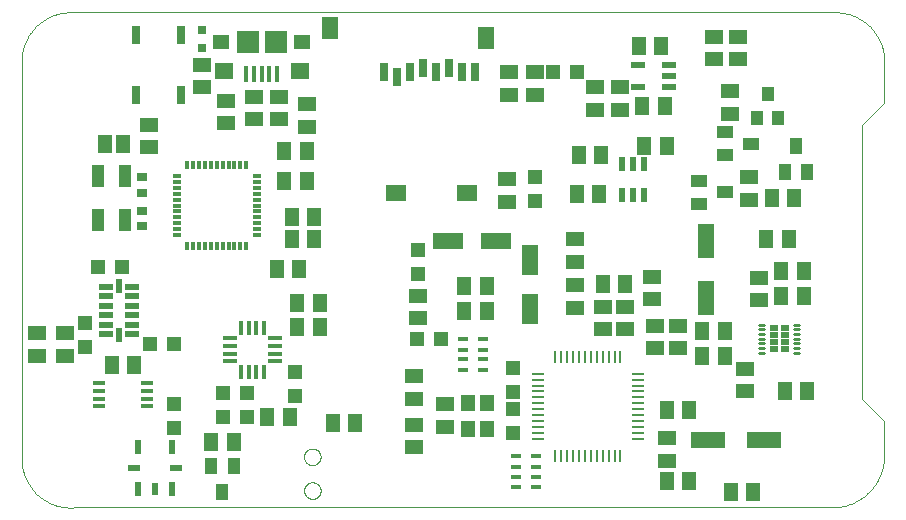
<source format=gtp>
G75*
%MOIN*%
%OFA0B0*%
%FSLAX25Y25*%
%IPPOS*%
%LPD*%
%AMOC8*
5,1,8,0,0,1.08239X$1,22.5*
%
%ADD10C,0.00000*%
%ADD11R,0.05118X0.04724*%
%ADD12R,0.04724X0.05118*%
%ADD13R,0.03543X0.02756*%
%ADD14R,0.05512X0.07480*%
%ADD15R,0.07087X0.05512*%
%ADD16R,0.02756X0.05906*%
%ADD17R,0.03150X0.03150*%
%ADD18R,0.01181X0.03150*%
%ADD19R,0.03150X0.01181*%
%ADD20R,0.04724X0.01969*%
%ADD21R,0.01969X0.04724*%
%ADD22R,0.04331X0.02362*%
%ADD23R,0.02362X0.04331*%
%ADD24R,0.01122X0.04331*%
%ADD25R,0.04331X0.01122*%
%ADD26R,0.04331X0.01102*%
%ADD27R,0.02165X0.04724*%
%ADD28R,0.04724X0.01181*%
%ADD29R,0.01181X0.04724*%
%ADD30R,0.04331X0.07480*%
%ADD31R,0.04724X0.05512*%
%ADD32C,0.00984*%
%ADD33R,0.03150X0.01969*%
%ADD34R,0.06299X0.05512*%
%ADD35R,0.05709X0.05118*%
%ADD36R,0.07480X0.07480*%
%ADD37R,0.01575X0.05315*%
%ADD38R,0.04724X0.02165*%
%ADD39R,0.05118X0.05906*%
%ADD40R,0.05906X0.05118*%
%ADD41R,0.06299X0.05118*%
%ADD42R,0.05118X0.06299*%
%ADD43R,0.04000X0.04500*%
%ADD44R,0.03937X0.05512*%
%ADD45R,0.03000X0.06000*%
%ADD46R,0.03543X0.01772*%
%ADD47R,0.05512X0.03937*%
%ADD48R,0.04600X0.06300*%
%ADD49R,0.03937X0.01772*%
%ADD50R,0.05512X0.11811*%
%ADD51R,0.11811X0.05512*%
%ADD52R,0.05512X0.10236*%
%ADD53R,0.10236X0.05512*%
D10*
X0032510Y0001517D02*
X0285010Y0001517D01*
X0285433Y0001522D01*
X0285855Y0001537D01*
X0286278Y0001563D01*
X0286699Y0001599D01*
X0287119Y0001645D01*
X0287539Y0001701D01*
X0287956Y0001767D01*
X0288372Y0001843D01*
X0288786Y0001929D01*
X0289198Y0002026D01*
X0289607Y0002132D01*
X0290014Y0002248D01*
X0290418Y0002374D01*
X0290818Y0002509D01*
X0291216Y0002654D01*
X0291609Y0002809D01*
X0291999Y0002973D01*
X0292385Y0003147D01*
X0292766Y0003330D01*
X0293143Y0003522D01*
X0293515Y0003723D01*
X0293882Y0003933D01*
X0294244Y0004151D01*
X0294600Y0004379D01*
X0294951Y0004615D01*
X0295296Y0004859D01*
X0295635Y0005112D01*
X0295968Y0005373D01*
X0296295Y0005641D01*
X0296615Y0005918D01*
X0296928Y0006202D01*
X0297234Y0006494D01*
X0297533Y0006793D01*
X0297825Y0007099D01*
X0298109Y0007412D01*
X0298386Y0007732D01*
X0298654Y0008059D01*
X0298915Y0008392D01*
X0299168Y0008731D01*
X0299412Y0009076D01*
X0299648Y0009427D01*
X0299876Y0009783D01*
X0300094Y0010145D01*
X0300304Y0010512D01*
X0300505Y0010884D01*
X0300697Y0011261D01*
X0300880Y0011642D01*
X0301054Y0012028D01*
X0301218Y0012418D01*
X0301373Y0012811D01*
X0301518Y0013209D01*
X0301653Y0013609D01*
X0301779Y0014013D01*
X0301895Y0014420D01*
X0302001Y0014829D01*
X0302098Y0015241D01*
X0302184Y0015655D01*
X0302260Y0016071D01*
X0302326Y0016488D01*
X0302382Y0016908D01*
X0302428Y0017328D01*
X0302464Y0017749D01*
X0302490Y0018172D01*
X0302505Y0018594D01*
X0302510Y0019017D01*
X0302461Y0019017D02*
X0302510Y0030267D01*
X0295010Y0037767D01*
X0295010Y0129017D01*
X0302461Y0136467D01*
X0302461Y0149066D01*
X0302510Y0149017D02*
X0302535Y0149410D01*
X0302551Y0149804D01*
X0302558Y0150197D01*
X0302555Y0150591D01*
X0302542Y0150985D01*
X0302520Y0151378D01*
X0302488Y0151771D01*
X0302447Y0152162D01*
X0302397Y0152553D01*
X0302337Y0152942D01*
X0302268Y0153330D01*
X0302189Y0153716D01*
X0302101Y0154100D01*
X0302004Y0154481D01*
X0301897Y0154861D01*
X0301782Y0155237D01*
X0301657Y0155611D01*
X0301523Y0155981D01*
X0301381Y0156348D01*
X0301230Y0156712D01*
X0301069Y0157072D01*
X0300901Y0157428D01*
X0300723Y0157779D01*
X0300538Y0158127D01*
X0300344Y0158469D01*
X0300141Y0158807D01*
X0299931Y0159140D01*
X0299712Y0159468D01*
X0299486Y0159790D01*
X0299252Y0160107D01*
X0299011Y0160418D01*
X0298762Y0160723D01*
X0298505Y0161022D01*
X0298242Y0161315D01*
X0297971Y0161601D01*
X0297694Y0161881D01*
X0297410Y0162154D01*
X0297120Y0162420D01*
X0296823Y0162679D01*
X0296520Y0162930D01*
X0296211Y0163175D01*
X0295896Y0163411D01*
X0295576Y0163640D01*
X0295250Y0163861D01*
X0294919Y0164075D01*
X0294582Y0164280D01*
X0294241Y0164477D01*
X0293896Y0164666D01*
X0293546Y0164846D01*
X0293191Y0165018D01*
X0292833Y0165181D01*
X0292470Y0165335D01*
X0292104Y0165481D01*
X0291735Y0165618D01*
X0291363Y0165746D01*
X0290987Y0165864D01*
X0290609Y0165974D01*
X0290228Y0166075D01*
X0289845Y0166166D01*
X0289460Y0166248D01*
X0289073Y0166320D01*
X0288684Y0166384D01*
X0288294Y0166438D01*
X0287902Y0166482D01*
X0287510Y0166517D01*
X0032510Y0166517D01*
X0032115Y0166543D01*
X0031720Y0166559D01*
X0031324Y0166565D01*
X0030928Y0166562D01*
X0030532Y0166549D01*
X0030137Y0166526D01*
X0029743Y0166494D01*
X0029349Y0166453D01*
X0028957Y0166401D01*
X0028565Y0166341D01*
X0028176Y0166271D01*
X0027788Y0166191D01*
X0027403Y0166102D01*
X0027019Y0166004D01*
X0026638Y0165896D01*
X0026260Y0165779D01*
X0025885Y0165653D01*
X0025513Y0165518D01*
X0025144Y0165374D01*
X0024779Y0165221D01*
X0024418Y0165059D01*
X0024061Y0164889D01*
X0023708Y0164710D01*
X0023359Y0164522D01*
X0023015Y0164326D01*
X0022676Y0164121D01*
X0022342Y0163909D01*
X0022014Y0163688D01*
X0021691Y0163460D01*
X0021373Y0163224D01*
X0021061Y0162980D01*
X0020756Y0162728D01*
X0020456Y0162469D01*
X0020163Y0162204D01*
X0019876Y0161931D01*
X0019596Y0161651D01*
X0019323Y0161364D01*
X0019058Y0161071D01*
X0018799Y0160771D01*
X0018547Y0160466D01*
X0018303Y0160154D01*
X0018067Y0159836D01*
X0017839Y0159513D01*
X0017618Y0159185D01*
X0017406Y0158851D01*
X0017201Y0158512D01*
X0017005Y0158168D01*
X0016817Y0157819D01*
X0016638Y0157466D01*
X0016468Y0157109D01*
X0016306Y0156748D01*
X0016153Y0156383D01*
X0016009Y0156014D01*
X0015874Y0155642D01*
X0015748Y0155267D01*
X0015631Y0154889D01*
X0015523Y0154508D01*
X0015425Y0154124D01*
X0015336Y0153739D01*
X0015256Y0153351D01*
X0015186Y0152962D01*
X0015126Y0152570D01*
X0015074Y0152178D01*
X0015033Y0151784D01*
X0015001Y0151390D01*
X0014978Y0150995D01*
X0014965Y0150599D01*
X0014962Y0150203D01*
X0014968Y0149807D01*
X0014984Y0149412D01*
X0015010Y0149017D01*
X0015010Y0019017D01*
X0014984Y0018622D01*
X0014968Y0018227D01*
X0014962Y0017831D01*
X0014965Y0017435D01*
X0014978Y0017039D01*
X0015001Y0016644D01*
X0015033Y0016250D01*
X0015074Y0015856D01*
X0015126Y0015464D01*
X0015186Y0015072D01*
X0015256Y0014683D01*
X0015336Y0014295D01*
X0015425Y0013910D01*
X0015523Y0013526D01*
X0015631Y0013145D01*
X0015748Y0012767D01*
X0015874Y0012392D01*
X0016009Y0012020D01*
X0016153Y0011651D01*
X0016306Y0011286D01*
X0016468Y0010925D01*
X0016638Y0010568D01*
X0016817Y0010215D01*
X0017005Y0009866D01*
X0017201Y0009522D01*
X0017406Y0009183D01*
X0017618Y0008849D01*
X0017839Y0008521D01*
X0018067Y0008198D01*
X0018303Y0007880D01*
X0018547Y0007568D01*
X0018799Y0007263D01*
X0019058Y0006963D01*
X0019323Y0006670D01*
X0019596Y0006383D01*
X0019876Y0006103D01*
X0020163Y0005830D01*
X0020456Y0005565D01*
X0020756Y0005306D01*
X0021061Y0005054D01*
X0021373Y0004810D01*
X0021691Y0004574D01*
X0022014Y0004346D01*
X0022342Y0004125D01*
X0022676Y0003913D01*
X0023015Y0003708D01*
X0023359Y0003512D01*
X0023708Y0003324D01*
X0024061Y0003145D01*
X0024418Y0002975D01*
X0024779Y0002813D01*
X0025144Y0002660D01*
X0025513Y0002516D01*
X0025885Y0002381D01*
X0026260Y0002255D01*
X0026638Y0002138D01*
X0027019Y0002030D01*
X0027403Y0001932D01*
X0027788Y0001843D01*
X0028176Y0001763D01*
X0028565Y0001693D01*
X0028957Y0001633D01*
X0029349Y0001581D01*
X0029743Y0001540D01*
X0030137Y0001508D01*
X0030532Y0001485D01*
X0030928Y0001472D01*
X0031324Y0001469D01*
X0031720Y0001475D01*
X0032115Y0001491D01*
X0032510Y0001517D01*
X0109129Y0007142D02*
X0109131Y0007247D01*
X0109137Y0007352D01*
X0109147Y0007456D01*
X0109161Y0007560D01*
X0109179Y0007664D01*
X0109201Y0007766D01*
X0109226Y0007868D01*
X0109256Y0007969D01*
X0109289Y0008068D01*
X0109326Y0008166D01*
X0109367Y0008263D01*
X0109412Y0008358D01*
X0109460Y0008451D01*
X0109511Y0008543D01*
X0109567Y0008632D01*
X0109625Y0008719D01*
X0109687Y0008804D01*
X0109751Y0008887D01*
X0109819Y0008967D01*
X0109890Y0009044D01*
X0109964Y0009118D01*
X0110041Y0009190D01*
X0110120Y0009259D01*
X0110202Y0009324D01*
X0110286Y0009387D01*
X0110373Y0009446D01*
X0110462Y0009502D01*
X0110553Y0009555D01*
X0110646Y0009604D01*
X0110740Y0009649D01*
X0110836Y0009691D01*
X0110934Y0009729D01*
X0111033Y0009763D01*
X0111134Y0009794D01*
X0111235Y0009820D01*
X0111338Y0009843D01*
X0111441Y0009862D01*
X0111545Y0009877D01*
X0111649Y0009888D01*
X0111754Y0009895D01*
X0111859Y0009898D01*
X0111964Y0009897D01*
X0112069Y0009892D01*
X0112173Y0009883D01*
X0112277Y0009870D01*
X0112381Y0009853D01*
X0112484Y0009832D01*
X0112586Y0009807D01*
X0112687Y0009779D01*
X0112786Y0009746D01*
X0112885Y0009710D01*
X0112982Y0009670D01*
X0113077Y0009627D01*
X0113171Y0009579D01*
X0113263Y0009529D01*
X0113353Y0009475D01*
X0113441Y0009417D01*
X0113526Y0009356D01*
X0113609Y0009292D01*
X0113690Y0009225D01*
X0113768Y0009155D01*
X0113843Y0009081D01*
X0113915Y0009006D01*
X0113985Y0008927D01*
X0114051Y0008846D01*
X0114115Y0008762D01*
X0114175Y0008676D01*
X0114231Y0008588D01*
X0114285Y0008497D01*
X0114335Y0008405D01*
X0114381Y0008311D01*
X0114424Y0008215D01*
X0114463Y0008117D01*
X0114498Y0008019D01*
X0114529Y0007918D01*
X0114557Y0007817D01*
X0114581Y0007715D01*
X0114601Y0007612D01*
X0114617Y0007508D01*
X0114629Y0007404D01*
X0114637Y0007299D01*
X0114641Y0007194D01*
X0114641Y0007090D01*
X0114637Y0006985D01*
X0114629Y0006880D01*
X0114617Y0006776D01*
X0114601Y0006672D01*
X0114581Y0006569D01*
X0114557Y0006467D01*
X0114529Y0006366D01*
X0114498Y0006265D01*
X0114463Y0006167D01*
X0114424Y0006069D01*
X0114381Y0005973D01*
X0114335Y0005879D01*
X0114285Y0005787D01*
X0114231Y0005696D01*
X0114175Y0005608D01*
X0114115Y0005522D01*
X0114051Y0005438D01*
X0113985Y0005357D01*
X0113915Y0005278D01*
X0113843Y0005203D01*
X0113768Y0005129D01*
X0113690Y0005059D01*
X0113609Y0004992D01*
X0113526Y0004928D01*
X0113441Y0004867D01*
X0113353Y0004809D01*
X0113263Y0004755D01*
X0113171Y0004705D01*
X0113077Y0004657D01*
X0112982Y0004614D01*
X0112885Y0004574D01*
X0112786Y0004538D01*
X0112687Y0004505D01*
X0112586Y0004477D01*
X0112484Y0004452D01*
X0112381Y0004431D01*
X0112277Y0004414D01*
X0112173Y0004401D01*
X0112069Y0004392D01*
X0111964Y0004387D01*
X0111859Y0004386D01*
X0111754Y0004389D01*
X0111649Y0004396D01*
X0111545Y0004407D01*
X0111441Y0004422D01*
X0111338Y0004441D01*
X0111235Y0004464D01*
X0111134Y0004490D01*
X0111033Y0004521D01*
X0110934Y0004555D01*
X0110836Y0004593D01*
X0110740Y0004635D01*
X0110646Y0004680D01*
X0110553Y0004729D01*
X0110462Y0004782D01*
X0110373Y0004838D01*
X0110286Y0004897D01*
X0110202Y0004960D01*
X0110120Y0005025D01*
X0110041Y0005094D01*
X0109964Y0005166D01*
X0109890Y0005240D01*
X0109819Y0005317D01*
X0109751Y0005397D01*
X0109687Y0005480D01*
X0109625Y0005565D01*
X0109567Y0005652D01*
X0109511Y0005741D01*
X0109460Y0005833D01*
X0109412Y0005926D01*
X0109367Y0006021D01*
X0109326Y0006118D01*
X0109289Y0006216D01*
X0109256Y0006315D01*
X0109226Y0006416D01*
X0109201Y0006518D01*
X0109179Y0006620D01*
X0109161Y0006724D01*
X0109147Y0006828D01*
X0109137Y0006932D01*
X0109131Y0007037D01*
X0109129Y0007142D01*
X0109129Y0018392D02*
X0109131Y0018497D01*
X0109137Y0018602D01*
X0109147Y0018706D01*
X0109161Y0018810D01*
X0109179Y0018914D01*
X0109201Y0019016D01*
X0109226Y0019118D01*
X0109256Y0019219D01*
X0109289Y0019318D01*
X0109326Y0019416D01*
X0109367Y0019513D01*
X0109412Y0019608D01*
X0109460Y0019701D01*
X0109511Y0019793D01*
X0109567Y0019882D01*
X0109625Y0019969D01*
X0109687Y0020054D01*
X0109751Y0020137D01*
X0109819Y0020217D01*
X0109890Y0020294D01*
X0109964Y0020368D01*
X0110041Y0020440D01*
X0110120Y0020509D01*
X0110202Y0020574D01*
X0110286Y0020637D01*
X0110373Y0020696D01*
X0110462Y0020752D01*
X0110553Y0020805D01*
X0110646Y0020854D01*
X0110740Y0020899D01*
X0110836Y0020941D01*
X0110934Y0020979D01*
X0111033Y0021013D01*
X0111134Y0021044D01*
X0111235Y0021070D01*
X0111338Y0021093D01*
X0111441Y0021112D01*
X0111545Y0021127D01*
X0111649Y0021138D01*
X0111754Y0021145D01*
X0111859Y0021148D01*
X0111964Y0021147D01*
X0112069Y0021142D01*
X0112173Y0021133D01*
X0112277Y0021120D01*
X0112381Y0021103D01*
X0112484Y0021082D01*
X0112586Y0021057D01*
X0112687Y0021029D01*
X0112786Y0020996D01*
X0112885Y0020960D01*
X0112982Y0020920D01*
X0113077Y0020877D01*
X0113171Y0020829D01*
X0113263Y0020779D01*
X0113353Y0020725D01*
X0113441Y0020667D01*
X0113526Y0020606D01*
X0113609Y0020542D01*
X0113690Y0020475D01*
X0113768Y0020405D01*
X0113843Y0020331D01*
X0113915Y0020256D01*
X0113985Y0020177D01*
X0114051Y0020096D01*
X0114115Y0020012D01*
X0114175Y0019926D01*
X0114231Y0019838D01*
X0114285Y0019747D01*
X0114335Y0019655D01*
X0114381Y0019561D01*
X0114424Y0019465D01*
X0114463Y0019367D01*
X0114498Y0019269D01*
X0114529Y0019168D01*
X0114557Y0019067D01*
X0114581Y0018965D01*
X0114601Y0018862D01*
X0114617Y0018758D01*
X0114629Y0018654D01*
X0114637Y0018549D01*
X0114641Y0018444D01*
X0114641Y0018340D01*
X0114637Y0018235D01*
X0114629Y0018130D01*
X0114617Y0018026D01*
X0114601Y0017922D01*
X0114581Y0017819D01*
X0114557Y0017717D01*
X0114529Y0017616D01*
X0114498Y0017515D01*
X0114463Y0017417D01*
X0114424Y0017319D01*
X0114381Y0017223D01*
X0114335Y0017129D01*
X0114285Y0017037D01*
X0114231Y0016946D01*
X0114175Y0016858D01*
X0114115Y0016772D01*
X0114051Y0016688D01*
X0113985Y0016607D01*
X0113915Y0016528D01*
X0113843Y0016453D01*
X0113768Y0016379D01*
X0113690Y0016309D01*
X0113609Y0016242D01*
X0113526Y0016178D01*
X0113441Y0016117D01*
X0113353Y0016059D01*
X0113263Y0016005D01*
X0113171Y0015955D01*
X0113077Y0015907D01*
X0112982Y0015864D01*
X0112885Y0015824D01*
X0112786Y0015788D01*
X0112687Y0015755D01*
X0112586Y0015727D01*
X0112484Y0015702D01*
X0112381Y0015681D01*
X0112277Y0015664D01*
X0112173Y0015651D01*
X0112069Y0015642D01*
X0111964Y0015637D01*
X0111859Y0015636D01*
X0111754Y0015639D01*
X0111649Y0015646D01*
X0111545Y0015657D01*
X0111441Y0015672D01*
X0111338Y0015691D01*
X0111235Y0015714D01*
X0111134Y0015740D01*
X0111033Y0015771D01*
X0110934Y0015805D01*
X0110836Y0015843D01*
X0110740Y0015885D01*
X0110646Y0015930D01*
X0110553Y0015979D01*
X0110462Y0016032D01*
X0110373Y0016088D01*
X0110286Y0016147D01*
X0110202Y0016210D01*
X0110120Y0016275D01*
X0110041Y0016344D01*
X0109964Y0016416D01*
X0109890Y0016490D01*
X0109819Y0016567D01*
X0109751Y0016647D01*
X0109687Y0016730D01*
X0109625Y0016815D01*
X0109567Y0016902D01*
X0109511Y0016991D01*
X0109460Y0017083D01*
X0109412Y0017176D01*
X0109367Y0017271D01*
X0109326Y0017368D01*
X0109289Y0017466D01*
X0109256Y0017565D01*
X0109226Y0017666D01*
X0109201Y0017768D01*
X0109179Y0017870D01*
X0109161Y0017974D01*
X0109147Y0018078D01*
X0109137Y0018182D01*
X0109131Y0018287D01*
X0109129Y0018392D01*
D11*
X0106260Y0038767D03*
X0106260Y0046767D03*
X0065635Y0036142D03*
X0065635Y0028142D03*
X0036260Y0055017D03*
X0036260Y0063017D03*
X0147198Y0079392D03*
X0147198Y0087392D03*
X0186260Y0103767D03*
X0186260Y0111767D03*
X0178760Y0048017D03*
X0178760Y0040017D03*
X0178760Y0034267D03*
X0178760Y0026267D03*
D12*
X0154610Y0057712D03*
X0146610Y0057712D03*
X0090260Y0039642D03*
X0082260Y0039642D03*
X0082260Y0031517D03*
X0090260Y0031517D03*
X0065885Y0055892D03*
X0057885Y0055892D03*
X0048385Y0081517D03*
X0040385Y0081517D03*
X0192260Y0146517D03*
X0200260Y0146517D03*
D13*
X0055010Y0111576D03*
X0055010Y0106458D03*
X0055010Y0100326D03*
X0055010Y0095208D03*
D14*
X0169686Y0157949D03*
X0117717Y0161492D03*
D15*
X0139764Y0106374D03*
X0163386Y0106374D03*
D16*
X0140158Y0144957D03*
X0135827Y0146531D03*
X0144489Y0146531D03*
X0148820Y0148106D03*
X0153150Y0146531D03*
X0157481Y0148106D03*
X0161812Y0146531D03*
X0166142Y0146531D03*
D17*
X0075010Y0154814D03*
X0075010Y0160719D03*
D18*
X0074105Y0115527D03*
X0076073Y0115527D03*
X0078042Y0115527D03*
X0080010Y0115527D03*
X0081979Y0115527D03*
X0083947Y0115527D03*
X0085916Y0115527D03*
X0087884Y0115527D03*
X0089853Y0115527D03*
X0072136Y0115527D03*
X0070168Y0115527D03*
X0070168Y0088756D03*
X0072136Y0088756D03*
X0074105Y0088756D03*
X0076073Y0088756D03*
X0078042Y0088756D03*
X0080010Y0088756D03*
X0081979Y0088756D03*
X0083947Y0088756D03*
X0085916Y0088756D03*
X0087884Y0088756D03*
X0089853Y0088756D03*
D19*
X0093396Y0092299D03*
X0093396Y0094268D03*
X0093396Y0096236D03*
X0093396Y0098205D03*
X0093396Y0100173D03*
X0093396Y0102142D03*
X0093396Y0104110D03*
X0093396Y0106079D03*
X0093396Y0108047D03*
X0093396Y0110016D03*
X0093396Y0111984D03*
X0066625Y0111984D03*
X0066625Y0110016D03*
X0066625Y0108047D03*
X0066625Y0106079D03*
X0066625Y0104110D03*
X0066625Y0102142D03*
X0066625Y0100173D03*
X0066625Y0098205D03*
X0066625Y0096236D03*
X0066625Y0094268D03*
X0066625Y0092299D03*
D20*
X0051841Y0075016D03*
X0051841Y0071866D03*
X0051841Y0068716D03*
X0051841Y0065567D03*
X0051841Y0062417D03*
X0051841Y0059268D03*
X0043180Y0059268D03*
X0043180Y0062417D03*
X0043180Y0065567D03*
X0043180Y0068716D03*
X0043180Y0071866D03*
X0043180Y0075016D03*
D21*
X0047510Y0075409D03*
X0047510Y0058874D03*
X0053677Y0021728D03*
X0065094Y0021728D03*
X0065094Y0007555D03*
X0053677Y0007555D03*
D22*
X0052496Y0014642D03*
X0066275Y0014642D03*
D23*
X0059385Y0007555D03*
D24*
X0192934Y0018731D03*
X0194902Y0018731D03*
X0196871Y0018731D03*
X0198839Y0018731D03*
X0200808Y0018731D03*
X0202776Y0018731D03*
X0204745Y0018731D03*
X0206713Y0018731D03*
X0208682Y0018731D03*
X0210650Y0018731D03*
X0212619Y0018731D03*
X0214587Y0018731D03*
X0214587Y0051802D03*
X0212619Y0051802D03*
X0210650Y0051802D03*
X0208682Y0051802D03*
X0206713Y0051802D03*
X0204745Y0051802D03*
X0202776Y0051802D03*
X0200808Y0051802D03*
X0198839Y0051802D03*
X0196871Y0051802D03*
X0194902Y0051802D03*
X0192934Y0051802D03*
D25*
X0187225Y0046093D03*
X0187225Y0044125D03*
X0187225Y0042156D03*
X0187225Y0040188D03*
X0187225Y0038219D03*
X0187225Y0036251D03*
X0187225Y0034282D03*
X0187225Y0032314D03*
X0187225Y0030345D03*
X0187225Y0028377D03*
X0187225Y0026408D03*
X0187225Y0024440D03*
X0220296Y0024440D03*
X0220296Y0026408D03*
X0220296Y0028377D03*
X0220296Y0030345D03*
X0220296Y0032314D03*
X0220296Y0034282D03*
X0220296Y0036251D03*
X0220296Y0038219D03*
X0220296Y0040188D03*
X0220296Y0042156D03*
X0220296Y0044125D03*
D26*
X0220296Y0046093D03*
D27*
X0218760Y0105774D03*
X0215020Y0105774D03*
X0222501Y0105774D03*
X0222501Y0116010D03*
X0218760Y0116010D03*
X0215020Y0116010D03*
D28*
X0099366Y0057855D03*
X0099366Y0055296D03*
X0099366Y0052737D03*
X0099366Y0050178D03*
X0084405Y0050178D03*
X0084405Y0052737D03*
X0084405Y0055296D03*
X0084405Y0057855D03*
D29*
X0088047Y0061497D03*
X0090606Y0061497D03*
X0093165Y0061497D03*
X0095724Y0061497D03*
X0095724Y0046536D03*
X0093165Y0046536D03*
X0090606Y0046536D03*
X0088047Y0046536D03*
D30*
X0049538Y0097358D03*
X0040483Y0097358D03*
X0040483Y0111925D03*
X0049538Y0111925D03*
D31*
X0163736Y0036472D03*
X0170035Y0036472D03*
X0170035Y0027811D03*
X0163736Y0027811D03*
D32*
X0260817Y0053042D02*
X0262589Y0053042D01*
X0262589Y0054617D02*
X0260817Y0054617D01*
X0260817Y0056192D02*
X0262589Y0056192D01*
X0262589Y0057767D02*
X0260817Y0057767D01*
X0260817Y0059341D02*
X0262589Y0059341D01*
X0262589Y0060916D02*
X0260817Y0060916D01*
X0260817Y0062491D02*
X0262589Y0062491D01*
X0272432Y0062491D02*
X0274204Y0062491D01*
X0274204Y0060916D02*
X0272432Y0060916D01*
X0272432Y0059341D02*
X0274204Y0059341D01*
X0274204Y0057767D02*
X0272432Y0057767D01*
X0272432Y0056192D02*
X0274204Y0056192D01*
X0274204Y0054617D02*
X0272432Y0054617D01*
X0272432Y0053042D02*
X0274204Y0053042D01*
D33*
X0269282Y0054223D03*
X0269282Y0056586D03*
X0269282Y0058948D03*
X0269282Y0061310D03*
X0265739Y0061310D03*
X0265739Y0058948D03*
X0265739Y0056586D03*
X0265739Y0054223D03*
D34*
X0107609Y0146871D03*
X0082412Y0146871D03*
D35*
X0081526Y0156517D03*
X0108495Y0156517D03*
D36*
X0099735Y0156517D03*
X0090286Y0156517D03*
D37*
X0089892Y0145985D03*
X0092451Y0145985D03*
X0095010Y0145985D03*
X0097570Y0145985D03*
X0100129Y0145985D03*
D38*
X0220517Y0149007D03*
X0230754Y0149007D03*
X0230754Y0145267D03*
X0230754Y0141527D03*
X0220517Y0141527D03*
D39*
X0221895Y0135267D03*
X0229376Y0135267D03*
X0230001Y0122142D03*
X0222520Y0122142D03*
X0208126Y0119017D03*
X0200645Y0119017D03*
X0200020Y0105892D03*
X0207501Y0105892D03*
X0208770Y0075892D03*
X0216251Y0075892D03*
X0241895Y0060267D03*
X0249376Y0060267D03*
X0249376Y0052142D03*
X0241895Y0052142D03*
X0268145Y0072142D03*
X0275626Y0072142D03*
X0275626Y0080267D03*
X0268145Y0080267D03*
X0237501Y0010267D03*
X0230020Y0010267D03*
X0126251Y0029642D03*
X0118770Y0029642D03*
X0052501Y0049017D03*
X0045020Y0049017D03*
X0100020Y0080892D03*
X0107501Y0080892D03*
X0110001Y0110267D03*
X0102520Y0110267D03*
X0220645Y0155267D03*
X0228126Y0155267D03*
D40*
X0214385Y0141507D03*
X0214385Y0134027D03*
X0186260Y0139027D03*
X0177510Y0139027D03*
X0177510Y0146507D03*
X0186260Y0146507D03*
X0083135Y0137132D03*
X0083135Y0129652D03*
X0147198Y0072132D03*
X0147198Y0064652D03*
X0208760Y0068382D03*
X0216260Y0068382D03*
X0225010Y0070902D03*
X0225010Y0078382D03*
X0216260Y0060902D03*
X0208760Y0060902D03*
X0256260Y0047757D03*
X0256260Y0040277D03*
X0260635Y0070589D03*
X0260635Y0078069D03*
X0145635Y0029007D03*
X0145635Y0021527D03*
X0029385Y0052152D03*
X0020010Y0052152D03*
X0020010Y0059632D03*
X0029385Y0059632D03*
D41*
X0057510Y0121527D03*
X0057510Y0129007D03*
X0075010Y0141527D03*
X0075010Y0149007D03*
X0092510Y0138382D03*
X0100635Y0138382D03*
X0110010Y0135882D03*
X0100635Y0130902D03*
X0092510Y0130902D03*
X0110010Y0128402D03*
X0176885Y0110882D03*
X0176885Y0103402D03*
X0199385Y0090882D03*
X0199385Y0083402D03*
X0199385Y0075569D03*
X0199385Y0068089D03*
X0226260Y0062132D03*
X0233760Y0062132D03*
X0233760Y0054652D03*
X0226260Y0054652D03*
X0230010Y0024632D03*
X0230010Y0017152D03*
X0156260Y0028402D03*
X0156260Y0035882D03*
X0145635Y0037762D03*
X0145635Y0045242D03*
X0257510Y0104027D03*
X0257510Y0111507D03*
X0251260Y0132777D03*
X0251260Y0140257D03*
X0253760Y0150902D03*
X0245635Y0150902D03*
X0245635Y0158382D03*
X0253760Y0158382D03*
X0206260Y0141507D03*
X0206260Y0134027D03*
D42*
X0265020Y0104642D03*
X0272501Y0104642D03*
X0270626Y0090892D03*
X0263145Y0090892D03*
X0269395Y0040267D03*
X0276876Y0040267D03*
X0237501Y0034017D03*
X0230020Y0034017D03*
X0251270Y0006517D03*
X0258751Y0006517D03*
X0170001Y0067142D03*
X0162520Y0067142D03*
X0162520Y0075267D03*
X0170001Y0075267D03*
X0114376Y0069642D03*
X0106895Y0069642D03*
X0106895Y0061517D03*
X0114376Y0061517D03*
X0112501Y0090892D03*
X0105020Y0090892D03*
X0105020Y0098392D03*
X0112501Y0098392D03*
X0110001Y0120267D03*
X0102520Y0120267D03*
X0104376Y0031517D03*
X0096895Y0031517D03*
X0085626Y0023392D03*
X0078145Y0023392D03*
D43*
X0260260Y0131267D03*
X0267260Y0131267D03*
X0263760Y0139267D03*
D44*
X0273135Y0122097D03*
X0269395Y0113436D03*
X0276876Y0113436D03*
X0085626Y0015222D03*
X0078145Y0015222D03*
X0081885Y0006561D03*
D45*
X0068135Y0139017D03*
X0053135Y0139017D03*
X0053135Y0159017D03*
X0068135Y0159017D03*
D46*
X0161976Y0057572D03*
X0161976Y0054029D03*
X0161976Y0050879D03*
X0161976Y0047336D03*
X0168669Y0047336D03*
X0168669Y0050879D03*
X0168669Y0054029D03*
X0168669Y0057572D03*
X0179789Y0018510D03*
X0179789Y0014966D03*
X0179789Y0011817D03*
X0179789Y0008274D03*
X0186482Y0008274D03*
X0186482Y0011817D03*
X0186482Y0014966D03*
X0186482Y0018510D03*
D47*
X0240680Y0102777D03*
X0249341Y0106517D03*
X0240680Y0110257D03*
X0249430Y0119027D03*
X0258091Y0122767D03*
X0249430Y0126507D03*
D48*
X0048635Y0122767D03*
X0042635Y0122767D03*
D49*
X0040690Y0042855D03*
X0040690Y0040296D03*
X0040690Y0037737D03*
X0040690Y0035178D03*
X0056831Y0035178D03*
X0056831Y0037737D03*
X0056831Y0040296D03*
X0056831Y0042855D03*
D50*
X0243135Y0071443D03*
X0243135Y0090340D03*
D51*
X0243687Y0024017D03*
X0262584Y0024017D03*
D52*
X0184385Y0067821D03*
X0184385Y0083963D03*
D53*
X0173081Y0090267D03*
X0156940Y0090267D03*
M02*

</source>
